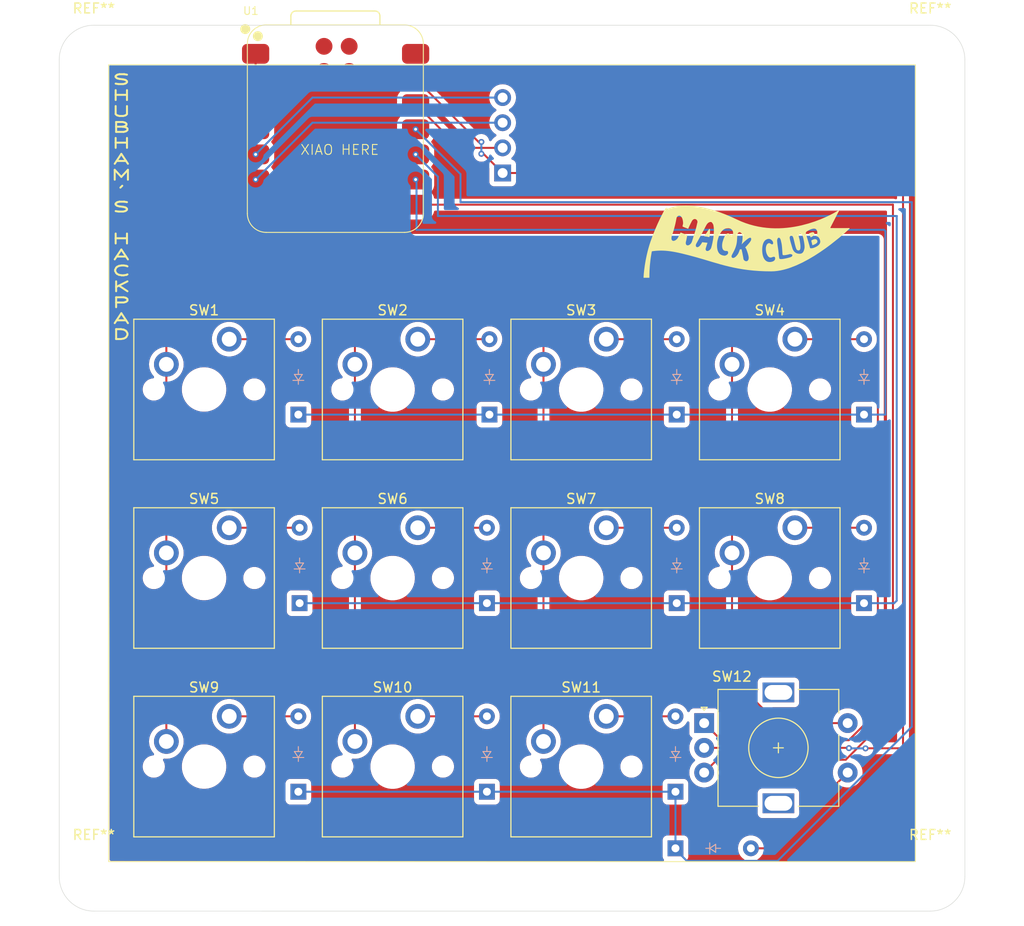
<source format=kicad_pcb>
(kicad_pcb (version 20240108) (generator "pcbnew") (generator_version "8.0")
  (layers (0 "F.Cu" signal) (31 "B.Cu" signal) (34 "B.Paste" user) (35 "F.Paste" user) (36 "B.SilkS" user "B.Silkscreen") (37 "F.SilkS" user "F.Silkscreen") (38 "B.Mask" user) (39 "F.Mask" user) (44 "Edge.Cuts" user))
  (net 0 "")
  (net 1 "Net-(D1-A)")
  (net 2 "Row 0")
  (net 3 "Net-(D2-A)")
  (net 4 "Net-(D3-A)")
  (net 5 "Net-(D4-A)")
  (net 6 "Net-(D5-A)")
  (net 7 "Row 1")
  (net 8 "Net-(D6-A)")
  (net 9 "Net-(D7-A)")
  (net 10 "Net-(D8-A)")
  (net 11 "GND")
  (net 12 "SCL")
  (net 13 "+3.3V")
  (net 14 "SDA")
  (net 15 "Column 0")
  (net 16 "Column 1")
  (net 17 "Column 2")
  (net 18 "Column 3")
  (net 19 "B")
  (net 20 "A")
  (net 28 "Row 2")
  (net 29 "Net-(D9-A)")
  (net 30 "Net-(D10-A)")
  (net 31 "Net-(D11-A)")
  (net 32 "Net-(D12-A)")
  (footprint "Rotary_Encoder:RotaryEncoder_Alps_EC11E-Switch_Vertical_H20mm" (layer "F.Cu") (at 89.259 97.207)
    (property "Reference" "SW12")
    (property "Value" "RotaryEncoder_Switch")
  )
  (footprint "MountingHole:MountingHole_3.2mm_M3" (layer "F.Cu") (at 27.6 29.2)
    (property "Reference" "REF**")
    (property "Value" "MountingHole_3.2mm_M3")
  )
  (footprint "ScottoKeebs_MX:MX_PCB_1.00u" (layer "F.Cu") (at 38.735 101.6)
    (property "Reference" "SW9")
    (property "Value" "SW_Push_45deg")
  )
  (footprint "ScottoKeebs_MX:MX_PCB_1.00u" (layer "F.Cu") (at 57.785 101.6)
    (property "Reference" "SW10")
    (property "Value" "SW_Push_45deg")
  )
  (footprint "ScottoKeebs_MX:MX_PCB_1.00u" (layer "F.Cu") (at 38.735 82.55)
    (property "Reference" "SW5")
    (property "Value" "SW_Push_45deg")
  )
  (footprint "MountingHole:MountingHole_3.2mm_M3" (layer "F.Cu") (at 27.6 112.7)
    (property "Reference" "REF**")
    (property "Value" "MountingHole_3.2mm_M3")
  )
  (footprint "ScottoKeebs_Components:OLED_128x32" (layer "F.Cu") (at 67.3 31.83)
    (property "Reference" "J1" (hide yes))
    (property "Value" "OLED_128x32")
  )
  (footprint "ScottoKeebs_MX:MX_PCB_1.00u" (layer "F.Cu") (at 95.885 63.5)
    (property "Reference" "SW4")
    (property "Value" "SW_Push_45deg")
  )
  (footprint "ScottoKeebs_MX:MX_PCB_1.00u" (layer "F.Cu") (at 76.835 63.5)
    (property "Reference" "SW3")
    (property "Value" "SW_Push_45deg")
  )
  (footprint "ScottoKeebs_MX:MX_PCB_1.00u" (layer "F.Cu") (at 95.885 82.55)
    (property "Reference" "SW8")
    (property "Value" "SW_Push_45deg")
  )
  (footprint "Seeed Studio XIAO Series Library:XIAO-RP2040-SMD" (layer "F.Cu") (at 51.943 37.211)
    (property "Reference" "U1")
    (property "Value" "XIAO-RP2040-SMD")
  )
  (footprint "ScottoKeebs_MX:MX_PCB_1.00u" (layer "F.Cu") (at 76.835 101.6)
    (property "Reference" "SW11")
    (property "Value" "SW_Push_45deg")
  )
  (footprint "ScottoKeebs_MX:MX_PCB_1.00u" (layer "F.Cu") (at 57.785 63.5)
    (property "Reference" "SW2")
    (property "Value" "SW_Push_45deg")
  )
  (footprint "ScottoKeebs_MX:MX_PCB_1.00u" (layer "F.Cu") (at 57.785 82.55)
    (property "Reference" "SW6")
    (property "Value" "SW_Push_45deg")
  )
  (footprint "MountingHole:MountingHole_3.2mm_M3" (layer "F.Cu") (at 112.1 29.2)
    (property "Reference" "REF**")
    (property "Value" "MountingHole_3.2mm_M3")
  )
  (footprint "MountingHole:MountingHole_3.2mm_M3" (layer "F.Cu") (at 112.1 112.7)
    (property "Reference" "REF**")
    (property "Value" "MountingHole_3.2mm_M3")
  )
  (footprint "ScottoKeebs_MX:MX_PCB_1.00u" (layer "F.Cu") (at 76.835 82.55)
    (property "Reference" "SW7")
    (property "Value" "SW_Push_45deg")
  )
  (footprint "ScottoKeebs_MX:MX_PCB_1.00u" (layer "F.Cu") (at 38.735 63.5)
    (property "Reference" "SW1")
    (property "Value" "SW_Push_45deg")
  )
  (footprint "ScottoKeebs_Components:Diode_DO-35" (layer "B.Cu") (at 67.564 66.04 90)
    (property "Reference" "D2" (hide yes))
    (property "Value" "D" (hide yes))
  )
  (footprint "ScottoKeebs_Components:Diode_DO-35" (layer "B.Cu") (at 67.31 104.14 90)
    (property "Reference" "D10" (hide yes))
    (property "Value" "D" (hide yes))
  )
  (footprint "ScottoKeebs_Components:Diode_DO-35" (layer "B.Cu") (at 48.26 104.14 90)
    (property "Reference" "D9" (hide yes))
    (property "Value" "D" (hide yes))
  )
  (footprint "ScottoKeebs_Components:Diode_DO-35" (layer "B.Cu") (at 67.31 85.09 90)
    (property "Reference" "D6" (hide yes))
    (property "Value" "D" (hide yes))
  )
  (footprint "ScottoKeebs_Components:Diode_DO-35" (layer "B.Cu") (at 48.387 85.09 90)
    (property "Reference" "D5" (hide yes))
    (property "Value" "D" (hide yes))
  )
  (footprint "ScottoKeebs_Components:Diode_DO-35" (layer "B.Cu") (at 86.487 66.04 90)
    (property "Reference" "D3" (hide yes))
    (property "Value" "D" (hide yes))
  )
  (footprint "ScottoKeebs_Components:Diode_DO-35" (layer "B.Cu") (at 105.41 85.09 90)
    (property "Reference" "D8" (hide yes))
    (property "Value" "D" (hide yes))
  )
  (footprint "ScottoKeebs_Components:Diode_DO-35" (layer "B.Cu") (at 86.36 109.855)
    (property "Reference" "D12" (hide yes))
    (property "Value" "D" (hide yes))
  )
  (footprint "ScottoKeebs_Components:Diode_DO-35" (layer "B.Cu") (at 86.36 104.14 90)
    (property "Reference" "D11" (hide yes))
    (property "Value" "D" (hide yes))
  )
  (footprint "ScottoKeebs_Components:Diode_DO-35" (layer "B.Cu") (at 48.26 66.04 90)
    (property "Reference" "D1" (hide yes))
    (property "Value" "D" (hide yes))
  )
  (footprint "ScottoKeebs_Components:Diode_DO-35" (layer "B.Cu") (at 105.41 66.04 90)
    (property "Reference" "D4" (hide yes))
    (property "Value" "D" (hide yes))
  )
  (footprint "ScottoKeebs_Components:Diode_DO-35" (layer "B.Cu") (at 86.487 85.09 90)
    (property "Reference" "D7" (hide yes))
    (property "Value" "D" (hide yes))
  )
  (gr_poly (pts (xy 85.475 45.15) (xy 85.481967 45.150444) (xy 85.489149 45.151204) (xy 85.496157 45.152359) (xy 85.502612 45.153962) (xy 85.508532 45.155992) (xy 85.513931 45.158429) (xy 85.518827 45.161252) (xy 85.523233 45.164441) (xy 85.527167 45.167977) (xy 85.530644 45.171837) (xy 85.533681 45.176003) (xy 85.536293 45.180454) (xy 85.538495 45.185169) (xy 85.540305 45.190128) (xy 85.541737 45.195311) (xy 85.542808 45.200697) (xy 85.543534 45.206266) (xy 85.54393 45.211999) (xy 85.544013 45.217873) (xy 85.543798 45.223869) (xy 85.543301 45.229967) (xy 85.542539 45.236147) (xy 85.541526 45.242387) (xy 85.540279 45.248668) (xy 85.537147 45.261271) (xy 85.533269 45.273792) (xy 85.528773 45.286068) (xy 85.523786 45.297937) (xy 85.518434 45.309237) (xy 85.377901 45.606023) (xy 85.234743 45.921968) (xy 85.057242 46.329917) (xy 84.85609 46.8151) (xy 84.749985 47.082038) (xy 84.641975 47.362745) (xy 84.533397 47.655374) (xy 84.425588 47.958079) (xy 84.319882 48.269014) (xy 84.217617 48.586332) (xy 84.124102 48.907149) (xy 84.043155 49.22801) (xy 83.973874 49.546218) (xy 83.915357 49.859078) (xy 83.866702 50.163893) (xy 83.827009 50.457967) (xy 83.770898 51.003104) (xy 83.739813 51.472917) (xy 83.726539 51.845837) (xy 83.724575 52.214706) (xy 83.137269 52.214706) (xy 83.140556 52.078618) (xy 83.15921 51.816179) (xy 83.197418 51.445215) (xy 83.259367 50.983548) (xy 83.300552 50.724271) (xy 83.349243 50.449002) (xy 83.405961 50.15997) (xy 83.471231 49.859402) (xy 83.545575 49.549526) (xy 83.629518 49.232571) (xy 83.723582 48.910764) (xy 83.82829 48.586332) (xy 84.060104 47.945149) (xy 84.306232 47.332662) (xy 84.553934 46.765449) (xy 84.790475 46.260087) (xy 85.003115 45.833151) (xy 85.179117 45.50122) (xy 85.305744 45.280868) (xy 85.370257 45.188673) (xy 85.372177 45.186658) (xy 85.374566 45.18437) (xy 85.3779 45.181431) (xy 85.382171 45.177996) (xy 85.387374 45.174217) (xy 85.390322 45.172246) (xy 85.393501 45.170247) (xy 85.396909 45.168239) (xy 85.400546 45.16624) (xy 85.40441 45.16427) (xy 85.408502 45.162348) (xy 85.412819 45.160494) (xy 85.417362 45.158725) (xy 85.42213 45.157062) (xy 85.427121 45.155524) (xy 85.432334 45.15413) (xy 85.43777 45.152898) (xy 85.443427 45.151848) (xy 85.449305 45.151) (xy 85.455401 45.150371) (xy 85.461717 45.149982) (xy 85.46825 45.149852)) (stroke (width -0.000001)) (fill solid) (layer "F.SilkS"))
  (gr_rect (start 29.1 30.7) (end 110.6 111.2) (stroke (width 0.1)) (fill none) (layer "F.SilkS"))
  (gr_poly (pts (xy 89.79955 47.268751) (xy 89.801085 47.268892) (xy 89.802595 47.269117) (xy 89.813106 47.273399) (xy 89.82223 47.282048) (xy 89.830035 47.294769) (xy 89.836591 47.311268) (xy 89.841967 47.331248) (xy 89.846231 47.354415) (xy 89.851704 47.409126) (xy 89.853561 47.473037) (xy 89.852356 47.543788) (xy 89.848643 47.619013) (xy 89.842972 47.696352) (xy 89.827974 47.847917) (xy 89.811785 47.97958) (xy 89.793526 48.107593) (xy 89.265497 48.017443) (xy 89.775233 47.275938) (xy 89.777151 47.274836) (xy 89.77904 47.273827) (xy 89.780901 47.272911) (xy 89.782733 47.272086) (xy 89.784538 47.271353) (xy 89.786314 47.270711) (xy 89.788063 47.270159) (xy 89.789785 47.269696) (xy 89.791479 47.269321) (xy 89.793146 47.269034) (xy 89.794787 47.268834) (xy 89.796401 47.268721) (xy 89.797988 47.268693)) (stroke (width -0.000001)) (fill solid) (layer "F.SilkS"))
  (gr_poly (pts (xy 100.254705 47.610984) (xy 100.26923 47.612344) (xy 100.276279 47.613384) (xy 100.28318 47.614672) (xy 100.289929 47.616215) (xy 100.296523 47.618019) (xy 100.302957 47.620091) (xy 100.309227 47.622437) (xy 100.315331 47.625064) (xy 100.321263 47.627978) (xy 100.32702 47.631186) (xy 100.332599 47.634693) (xy 100.337994 47.638508) (xy 100.343203 47.642635) (xy 100.348222 47.647082) (xy 100.353046 47.651855) (xy 100.357671 47.65696) (xy 100.362095 47.662405) (xy 100.366312 47.668195) (xy 100.370319 47.674336) (xy 100.374113 47.680837) (xy 100.377688 47.687702) (xy 100.381042 47.694938) (xy 100.384171 47.702553) (xy 100.38707 47.710551) (xy 100.389736 47.718941) (xy 100.392164 47.727727) (xy 100.394352 47.736918) (xy 100.397705 47.758223) (xy 100.398427 47.779171) (xy 100.396682 47.79974) (xy 100.392635 47.819911) (xy 100.386454 47.839661) (xy 100.378302 47.85897) (xy 100.368346 47.877817) (xy 100.356752 47.896181) (xy 100.343685 47.914042) (xy 100.329311 47.931378) (xy 100.313796 47.948168) (xy 100.297304 47.964391) (xy 100.280002 47.980027) (xy 100.262056 47.995055) (xy 100.224892 48.023201) (xy 100.187137 48.048663) (xy 100.150117 48.071272) (xy 100.115156 48.090863) (xy 100.083581 48.107267) (xy 100.035885 48.129845) (xy 100.01763 48.137669) (xy 99.841439 47.725058) (xy 100.041341 47.653126) (xy 100.089954 47.6376) (xy 100.113692 47.630808) (xy 100.136963 47.624811) (xy 100.159701 47.619717) (xy 100.181839 47.615637) (xy 100.203311 47.61268) (xy 100.224052 47.610956) (xy 100.239635 47.610538)) (stroke (width -0.000001)) (fill solid) (layer "F.SilkS"))
  (gr_poly (pts (xy 100.476022 48.311008) (xy 100.49314 48.311958) (xy 100.509996 48.313899) (xy 100.526542 48.31689) (xy 100.534683 48.318797) (xy 100.542728 48.320988) (xy 100.550672 48.323471) (xy 100.558508 48.326253) (xy 100.566231 48.32934) (xy 100.573833 48.332741) (xy 100.58131 48.336462) (xy 100.588655 48.340511) (xy 100.595862 48.344894) (xy 100.602925 48.34962) (xy 100.609838 48.354696) (xy 100.616596 48.360128) (xy 100.623191 48.365925) (xy 100.629618 48.372093) (xy 100.635872 48.378639) (xy 100.641945 48.385571) (xy 100.647832 48.392896) (xy 100.653527 48.400622) (xy 100.659024 48.408755) (xy 100.664317 48.417303) (xy 100.6694 48.426273) (xy 100.674266 48.435673) (xy 100.67891 48.445509) (xy 100.683326 48.455789) (xy 100.693648 48.485764) (xy 100.699778 48.514579) (xy 100.70197 48.542254) (xy 100.700479 48.56881) (xy 100.695559 48.594265) (xy 100.687463 48.618641) (xy 100.676445 48.641957) (xy 100.662759 48.664234) (xy 100.646659 48.685492) (xy 100.628399 48.70575) (xy 100.608232 48.72503) (xy 100.586413 48.74335) (xy 100.563196 48.760732) (xy 100.538833 48.777196) (xy 100.48769 48.807447) (xy 100.435014 48.834265) (xy 100.382836 48.857812) (xy 100.288101 48.895734) (xy 100.219731 48.922502) (xy 100.200511 48.932105) (xy 100.195531 48.936032) (xy 100.193976 48.939403) (xy 100.078092 48.455789) (xy 100.112613 48.433781) (xy 100.151739 48.411131) (xy 100.201864 48.385035) (xy 100.230213 48.371708) (xy 100.260305 48.358734) (xy 100.291805 48.346519) (xy 100.324378 48.335467) (xy 100.357689 48.325983) (xy 100.391401 48.318473) (xy 100.42518 48.31334) (xy 100.458689 48.310991)) (stroke (width -0.000001)) (fill solid) (layer "F.SilkS"))
  (gr_poly (pts (xy 87.622651 44.91585) (xy 88.075641 44.944459) (xy 88.573732 45.005593) (xy 88.83997 45.049864) (xy 89.117821 45.104074) (xy 89.407396 45.168826) (xy 89.708807 45.244724) (xy 90.022168 45.332369) (xy 90.347591 45.432365) (xy 90.685188 45.545314) (xy 91.035071 45.671819) (xy 91.397352 45.812483) (xy 91.772145 45.967908) (xy 92.159562 46.138697) (xy 92.559714 46.325454) (xy 92.998595 46.52184) (xy 93.43699 46.690958) (xy 93.874182 46.834085) (xy 94.309454 46.952498) (xy 94.742092 47.047474) (xy 95.171377 47.120289) (xy 95.596595 47.172221) (xy 96.017028 47.204546) (xy 96.431961 47.218541) (xy 96.840678 47.215484) (xy 97.242461 47.19665) (xy 97.636596 47.163317) (xy 98.022366 47.116761) (xy 98.399054 47.05826) (xy 98.765944 46.98909) (xy 99.122321 46.910528) (xy 99.800667 46.730336) (xy 100.428364 46.527898) (xy 100.99968 46.31343) (xy 101.508886 46.097145) (xy 101.950253 45.88926) (xy 102.318051 45.699988) (xy 102.810019 45.418145) (xy 102.812709 45.416693) (xy 102.815497 45.415591) (xy 102.818365 45.414825) (xy 102.8213 45.41438) (xy 102.824287 45.414243) (xy 102.82731 45.414399) (xy 102.830355 45.414834) (xy 102.833408 45.415534) (xy 102.836453 45.416484) (xy 102.839475 45.417671) (xy 102.842459 45.41908) (xy 102.845392 45.420697) (xy 102.848257 45.422508) (xy 102.85104 45.424499) (xy 102.853726 45.426655) (xy 102.8563 45.428962) (xy 102.858748 45.431407) (xy 102.861054 45.433975) (xy 102.863204 45.436651) (xy 102.865183 45.439422) (xy 102.866976 45.442273) (xy 102.868568 45.445191) (xy 102.869944 45.44816) (xy 102.871089 45.451168) (xy 102.871989 45.454199) (xy 102.872629 45.457239) (xy 102.872994 45.460275) (xy 102.873068 45.463291) (xy 102.872838 45.466275) (xy 102.872288 45.469211) (xy 102.871403 45.472086) (xy 102.870169 45.474886) (xy 102.017586 47.134474) (xy 102.016418 47.136939) (xy 102.015432 47.139426) (xy 102.014626 47.14193) (xy 102.013994 47.144443) (xy 102.013535 47.146959) (xy 102.013243 47.149472) (xy 102.013114 47.151974) (xy 102.013146 47.15446) (xy 102.013334 47.156923) (xy 102.013674 47.159356) (xy 102.014162 47.161752) (xy 102.014795 47.164106) (xy 102.015569 47.166411) (xy 102.01648 47.16866) (xy 102.017524 47.170846) (xy 102.018697 47.172964) (xy 102.019996 47.175006) (xy 102.021416 47.176966) (xy 102.022954 47.178838) (xy 102.024606 47.180614) (xy 102.026368 47.182289) (xy 102.028237 47.183856) (xy 102.030208 47.185309) (xy 102.032277 47.18664) (xy 102.034442 47.187844) (xy 102.036697 47.188913) (xy 102.039039 47.189842) (xy 102.041465 47.190623) (xy 102.04397 47.19125) (xy 102.046551 47.191718) (xy 102.049204 47.192018) (xy 102.051924 47.192145) (xy 102.740737 47.197842) (xy 103.287787 47.197819) (xy 103.912586 47.19261) (xy 103.915907 47.192685) (xy 103.919131 47.192991) (xy 103.922253 47.193518) (xy 103.925268 47.194257) (xy 103.928169 47.195195) (xy 103.930951 47.196322) (xy 103.933608 47.197629) (xy 103.936134 47.199104) (xy 103.938524 47.200737) (xy 103.940772 47.202518) (xy 103.942873 47.204435) (xy 103.94482 47.206478) (xy 103.946609 47.208638) (xy 103.948232 47.210902) (xy 103.949686 47.213262) (xy 103.950963 47.215705) (xy 103.952059 47.218222) (xy 103.952967 47.220802) (xy 103.953682 47.223435) (xy 103.954198 47.226109) (xy 103.95451 47.228815) (xy 103.954611 47.231542) (xy 103.954497 47.23428) (xy 103.954161 47.237017) (xy 103.953598 47.239743) (xy 103.952802 47.242449) (xy 103.951768 47.245122) (xy 103.950489 47.247753) (xy 103.94896 47.250332) (xy 103.947175 47.252847) (xy 103.945129 47.255288) (xy 103.942817 47.257645) (xy 103.56823 47.600381) (xy 102.915035 48.162575) (xy 102.034842 48.862502) (xy 101.52575 49.238575) (xy 100.979263 49.618433) (xy 100.401832 49.991862) (xy 99.799909 50.348645) (xy 99.179945 50.678565) (xy 98.548392 50.971409) (xy 97.911701 51.216959) (xy 97.593445 51.318807) (xy 97.276324 51.405) (xy 96.961144 51.474262) (xy 96.648711 51.525316) (xy 96.339833 51.556885) (xy 96.035315 51.567692) (xy 95.401842 51.558425) (xy 94.802882 51.531611) (xy 94.2356 51.488728) (xy 93.697166 51.431255) (xy 93.184746 51.360672) (xy 92.695509 51.278458) (xy 92.226621 51.186091) (xy 91.77525 51.08505) (xy 91.338564 50.976815) (xy 90.91373 50.862865) (xy 90.088288 50.623734) (xy 89.276266 50.37949) (xy 88.455004 50.141965) (xy 88.147797 50.059078) (xy 92.026951 50.059078) (xy 92.028872 50.083044) (xy 92.033325 50.105356) (xy 92.040216 50.125895) (xy 92.049454 50.144541) (xy 92.060945 50.161174) (xy 92.074598 50.175675) (xy 92.090319 50.187924) (xy 92.108016 50.197801) (xy 92.127596 50.205188) (xy 92.148967 50.209963) (xy 92.172036 50.212008) (xy 92.19671 50.211203) (xy 92.222897 50.207429) (xy 92.250504 50.200565) (xy 92.279439 50.190492) (xy 92.309609 50.177091) (xy 92.340921 50.160241) (xy 92.373283 50.139824) (xy 92.406602 50.115719) (xy 92.440786 50.087808) (xy 92.475741 50.055969) (xy 92.511376 50.020084) (xy 92.547597 49.980034) (xy 92.584312 49.935698) (xy 92.621429 49.886956) (xy 92.658855 49.83369) (xy 92.677137 49.805915) (xy 92.695478 49.774006) (xy 92.713709 49.73878) (xy 92.731658 49.701054) (xy 92.749154 49.661648) (xy 92.766026 49.621377) (xy 92.797214 49.541517) (xy 92.823853 49.468016) (xy 92.844576 49.407415) (xy 92.862796 49.351084) (xy 93.037049 49.331472) (xy 93.117545 49.702338) (xy 93.180279 50.017851) (xy 93.206216 50.164941) (xy 93.224325 50.288468) (xy 93.229136 50.314067) (xy 93.236431 50.33886) (xy 93.246038 50.36274) (xy 93.257786 50.385601) (xy 93.271504 50.407336) (xy 93.287019 50.427839) (xy 93.30416 50.447003) (xy 93.322756 50.464721) (xy 93.342635 50.480887) (xy 93.363626 50.495396) (xy 93.385557 50.508139) (xy 93.408257 50.519011) (xy 93.431554 50.527904) (xy 93.455277 50.534714) (xy 93.479254 50.539332) (xy 93.503314 50.541653) (xy 93.527285 50.54157) (xy 93.550995 50.538976) (xy 93.574274 50.533765) (xy 93.596949 50.525831) (xy 93.618849 50.515066) (xy 93.639803 50.501365) (xy 93.65964 50.484621) (xy 93.678186 50.464727) (xy 93.695272 50.441577) (xy 93.710726 50.415064) (xy 93.724376 50.385082) (xy 93.73605 50.351524) (xy 93.745577 50.314284) (xy 93.752786 50.273255) (xy 93.757505 50.228331) (xy 93.759563 50.179405) (xy 93.750758 50.106451) (xy 93.737394 50.027319) (xy 93.719356 49.94198) (xy 93.696527 49.850405) (xy 93.668793 49.752565) (xy 93.636038 49.648429) (xy 93.598146 49.53797) (xy 93.555002 49.421156) (xy 93.543235 49.389258) (xy 95.122583 49.389258) (xy 95.123511 49.484175) (xy 95.12677 49.555578) (xy 95.131741 49.62502) (xy 95.138412 49.692463) (xy 95.146768 49.757869) (xy 95.156799 49.821203) (xy 95.168491 49.882426) (xy 95.181833 49.941501) (xy 95.196811 49.998392) (xy 95.213414 50.05306) (xy 95.231629 50.105468) (xy 95.251443 50.15558) (xy 95.272844 50.203358) (xy 95.29582 50.248765) (xy 95.320358 50.291763) (xy 95.346446 50.332315) (xy 95.374071 50.370384) (xy 95.403221 50.405933) (xy 95.433884 50.438924) (xy 95.466046 50.46932) (xy 95.499697 50.497085) (xy 95.534822 50.52218) (xy 95.57141 50.544568) (xy 95.609449 50.564213) (xy 95.648925 50.581076) (xy 95.689827 50.595121) (xy 95.732141 50.606311) (xy 95.775857 50.614608) (xy 95.82096 50.619974) (xy 95.867439 50.622373) (xy 95.915282 50.621768) (xy 95.964475 50.61812) (xy 96.015007 50.611394) (xy 96.06425 50.602237) (xy 96.109678 50.591414) (xy 96.151428 50.579051) (xy 96.189639 50.565275) (xy 96.224447 50.55021) (xy 96.255992 50.533982) (xy 96.284411 50.516717) (xy 96.309842 50.498542) (xy 96.332422 50.479581) (xy 96.352291 50.45996) (xy 96.369584 50.439805) (xy 96.384441 50.419242) (xy 96.396999 50.398397) (xy 96.407396 50.377395) (xy 96.41577 50.356362) (xy 96.422259 50.335424) (xy 96.427 50.314707) (xy 96.430132 50.294335) (xy 96.431793 50.274436) (xy 96.432119 50.255135) (xy 96.43125 50.236557) (xy 96.429323 50.218829) (xy 96.426476 50.202075) (xy 96.422846 50.186423) (xy 96.418572 50.171997) (xy 96.413792 50.158923) (xy 96.408643 50.147327) (xy 96.403263 50.137335) (xy 96.39779 50.129073) (xy 96.392363 50.122666) (xy 96.387118 50.118239) (xy 96.382194 50.11592) (xy 96.374942 50.113584) (xy 96.36804 50.110651) (xy 96.353854 50.103973) (xy 96.345855 50.100714) (xy 96.336776 50.097834) (xy 96.32626 50.095576) (xy 96.313948 50.094183) (xy 96.299484 50.0939) (xy 96.28251 50.094969) (xy 96.262669 50.097635) (xy 96.239603 50.102141) (xy 96.212955 50.108731) (xy 96.182368 50.117647) (xy 96.147484 50.129135) (xy 96.107946 50.143437) (xy 96.087108 50.150792) (xy 96.066589 50.157066) (xy 96.046385 50.162248) (xy 96.02649 50.166327) (xy 96.006899 50.169291) (xy 95.987607 50.171128) (xy 95.968608 50.171829) (xy 95.949899 50.171381) (xy 95.931473 50.169772) (xy 95.913326 50.166993) (xy 95.895452 50.163031) (xy 95.877846 50.157875) (xy 95.860503 50.151514) (xy 95.843419 50.143937) (xy 95.826587 50.135131) (xy 95.810003 50.125087) (xy 95.793662 50.113792) (xy 95.777558 50.101236) (xy 95.761687 50.087406) (xy 95.746043 50.072292) (xy 95.730621 50.055883) (xy 95.715417 50.038167) (xy 95.700424 50.019132) (xy 95.685638 49.998768) (xy 95.671053 49.977064) (xy 95.656666 49.954007) (xy 95.628459 49.903791) (xy 95.600978 49.848032) (xy 95.57418 49.786637) (xy 95.557237 49.740706) (xy 95.541552 49.690264) (xy 95.527385 49.635922) (xy 95.514994 49.578293) (xy 95.504637 49.517988) (xy 95.496573 49.455617) (xy 95.491059 49.391792) (xy 95.488354 49.327125) (xy 95.488716 49.262227) (xy 95.492404 49.197708) (xy 95.499676 49.134182) (xy 95.510789 49.072258) (xy 95.526003 49.012549) (xy 95.545576 48.955665) (xy 95.557078 48.928473) (xy 95.569766 48.902218) (xy 95.583673 48.876974) (xy 95.598831 48.852819) (xy 95.60354 48.845994) (xy 95.608231 48.839477) (xy 95.6129 48.833258) (xy 95.617543 48.827328) (xy 95.622156 48.82168) (xy 95.626735 48.816302) (xy 95.63578 48.806327) (xy 95.644647 48.797331) (xy 95.653307 48.789243) (xy 95.661732 48.78199) (xy 95.66989 48.775502) (xy 95.677754 48.769706) (xy 95.685294 48.764532) (xy 95.69248 48.759907) (xy 95.699283 48.755759) (xy 95.722079 48.742515) (xy 95.731519 48.737109) (xy 95.740958 48.732381) (xy 95.75038 48.728301) (xy 95.759767 48.724839) (xy 95.769105 48.721965) (xy 95.778377 48.719648) (xy 95.787567 48.717859) (xy 95.796659 48.716567) (xy 95.805637 48.715742) (xy 95.814484 48.715354) (xy 95.823185 48.715372) (xy 95.831723 48.715767) (xy 95.840083 48.716508) (xy 95.848247 48.717564) (xy 95.856201 48.718907) (xy 95.863928 48.720504) (xy 95.871412 48.722327) (xy 95.878637 48.724345) (xy 95.892244 48.728846) (xy 95.90462 48.733764) (xy 95.915638 48.738858) (xy 95.925167 48.743886) (xy 95.93308 48.748606) (xy 95.939246 48.752777) (xy 95.943538 48.756158) (xy 95.969315 48.774047) (xy 95.993776 48.789499) (xy 96.016934 48.802595) (xy 96.038802 48.81342) (xy 96.059393 48.822056) (xy 96.078719 48.828588) (xy 96.096794 48.833099) (xy 96.113632 48.835672) (xy 96.129243 48.83639) (xy 96.143643 48.835338) (xy 96.156843 48.832598) (xy 96.168857 48.828254) (xy 96.179697 48.822389) (xy 96.189377 48.815087) (xy 96.19791 48.806431) (xy 96.205308 48.796505) (xy 96.211584 48.785392) (xy 96.216752 48.773175) (xy 96.220824 48.759938) (xy 96.223813 48.745765) (xy 96.225733 48.730738) (xy 96.226596 48.714942) (xy 96.226415 48.698459) (xy 96.225204 48.681373) (xy 96.222974 48.663768) (xy 96.21974 48.645727) (xy 96.215514 48.627333) (xy 96.210309 48.60867) (xy 96.204137 48.589821) (xy 96.197013 48.570869) (xy 96.188949 48.551899) (xy 96.179957 48.532993) (xy 96.158733 48.504183) (xy 96.13703 48.477053) (xy 96.117607 48.454782) (xy 96.630628 48.454782) (xy 96.632197 48.511938) (xy 96.635743 48.573188) (xy 96.647889 48.706054) (xy 96.6653 48.849549) (xy 96.68621 48.999846) (xy 96.731466 49.305527) (xy 96.752281 49.453253) (xy 96.769534 49.592464) (xy 96.810426 49.978661) (xy 96.818441 50.047038) (xy 96.82731 50.112891) (xy 96.8379 50.180593) (xy 96.85108 50.254517) (xy 96.8577 50.272627) (xy 96.869925 50.287819) (xy 96.887381 50.300245) (xy 96.90969 50.310054) (xy 96.936476 50.317398) (xy 96.967362 50.322427) (xy 97.001971 50.325292) (xy 97.039928 50.326143) (xy 97.124378 50.322407) (xy 97.217698 50.312425) (xy 97.316877 50.297401) (xy 97.418902 50.278542) (xy 97.619444 50.234137) (xy 97.795227 50.188852) (xy 97.922153 50.15233) (xy 97.976127 50.134213) (xy 97.981934 50.131361) (xy 97.989733 50.128401) (xy 98.01029 50.121453) (xy 98.022536 50.117112) (xy 98.035755 50.111957) (xy 98.04969 50.105813) (xy 98.064087 50.098503) (xy 98.078691 50.089849) (xy 98.08599 50.084964) (xy 98.093245 50.079677) (xy 98.100425 50.073966) (xy 98.107497 50.067809) (xy 98.114428 50.061184) (xy 98.121189 50.054069) (xy 98.127745 50.046442) (xy 98.134066 50.03828) (xy 98.14012 50.029563) (xy 98.145875 50.020267) (xy 98.151299 50.010371) (xy 98.156359 49.999852) (xy 98.161025 49.988689) (xy 98.165263 49.976859) (xy 98.169394 49.965139) (xy 98.171916 49.953842) (xy 98.1729 49.942971) (xy 98.172419 49.932532) (xy 98.170545 49.922531) (xy 98.16735 49.912971) (xy 98.162906 49.903859) (xy 98.157286 49.895199) (xy 98.150561 49.886996) (xy 98.142804 49.879256) (xy 98.134087 49.871983) (xy 98.124483 49.865183) (xy 98.114062 49.85886) (xy 98.102898 49.853021) (xy 98.078628 49.84281) (xy 98.05225 49.834591) (xy 98.024341 49.828404) (xy 97.995478 49.824291) (xy 97.966239 49.822292) (xy 97.937201 49.822448) (xy 97.908941 49.824798) (xy 97.882036 49.829384) (xy 97.857065 49.836247) (xy 97.794851 49.854752) (xy 97.709335 49.8763) (xy 97.609284 49.898024) (xy 97.556548 49.908056) (xy 97.503467 49.917057) (xy 97.451135 49.924668) (xy 97.40065 49.930533) (xy 97.353107 49.934291) (xy 97.309601 49.935585) (xy 97.27123 49.934057) (xy 97.254312 49.932123) (xy 97.239089 49.929349) (xy 97.225697 49.92569) (xy 97.214274 49.921101) (xy 97.204956 49.915538) (xy 97.197881 49.908956) (xy 97.187129 49.886316) (xy 97.178256 49.847932) (xy 97.170876 49.795473) (xy 97.164609 49.730605) (xy 97.143008 49.380386) (xy 97.128933 49.174169) (xy 97.108594 48.964996) (xy 97.095119 48.863468) (xy 97.078931 48.766203) (xy 97.059646 48.674868) (xy 97.036882 48.591129) (xy 97.032083 48.562899) (xy 97.027041 48.535789) (xy 97.021765 48.509781) (xy 97.016264 48.484862) (xy 97.010549 48.461016) (xy 97.004629 48.438227) (xy 96.998512 48.416481) (xy 96.992209 48.395761) (xy 96.985729 48.376053) (xy 96.979082 48.357341) (xy 96.972276 48.339609) (xy 96.965322 48.322844) (xy 96.958229 48.307028) (xy 96.951006 48.292148) (xy 96.943663 48.278186) (xy 96.936209 48.265129) (xy 96.928654 48.252961) (xy 96.921007 48.241666) (xy 96.913278 48.231229) (xy 96.905475 48.221635) (xy 96.89761 48.212869) (xy 96.88969 48.204914) (xy 96.881726 48.197756) (xy 96.873727 48.19138) (xy 96.865702 48.18577) (xy 96.857662 48.18091) (xy 96.849614 48.176786) (xy 96.84157 48.173382) (xy 96.833537 48.170682) (xy 96.825527 48.168672) (xy 96.817547 48.167336) (xy 96.809609 48.166659) (xy 96.809609 48.16666) (xy 96.800673 48.166669) (xy 96.791815 48.167482) (xy 96.783049 48.169076) (xy 96.774388 48.17143) (xy 96.765847 48.17452) (xy 96.757439 48.178324) (xy 96.749178 48.182821) (xy 96.741078 48.187987) (xy 96.733151 48.193801) (xy 96.725413 48.200239) (xy 96.710557 48.214902) (xy 96.696618 48.231796) (xy 96.683707 48.250744) (xy 96.671934 48.271566) (xy 96.661408 48.294083) (xy 96.652241 48.318117) (xy 96.644542 48.343489) (xy 96.638421 48.370021) (xy 96.633988 48.397532) (xy 96.631354 48.425846) (xy 96.630628 48.454782) (xy 96.117607 48.454782) (xy 96.114854 48.451624) (xy 96.092212 48.427918) (xy 96.069109 48.405956) (xy 96.045552 48.38576) (xy 96.021545 48.367351) (xy 95.997096 48.35075) (xy 95.972209 48.33598) (xy 95.946891 48.323062) (xy 95.921148 48.312017) (xy 95.894986 48.302867) (xy 95.86841 48.295633) (xy 95.841427 48.290337) (xy 95.814042 48.287) (xy 95.786261 48.285644) (xy 95.764384 48.285973) (xy 95.742275 48.287524) (xy 95.719936 48.290307) (xy 95.697369 48.294333) (xy 95.674579 48.29961) (xy 95.651566 48.30615) (xy 95.628335 48.313961) (xy 95.604888 48.323055) (xy 95.581227 48.33344) (xy 95.557355 48.345128) (xy 95.533275 48.358127) (xy 95.50899 48.372449) (xy 95.484502 48.388102) (xy 95.459814 48.405097) (xy 95.434929 48.423445) (xy 95.40985 48.443154) (xy 95.376224 48.479169) (xy 95.344283 48.51895) (xy 95.314115 48.562519) (xy 95.285808 48.609901) (xy 95.259452 48.661118) (xy 95.235134 48.716192) (xy 95.212942 48.775147) (xy 95.192966 48.838006) (xy 95.175293 48.904792) (xy 95.160012 48.975528) (xy 95.147212 49.050236) (xy 95.136981 49.128941) (xy 95.129406 49.211664) (xy 95.124578 49.298429) (xy 95.122583 49.389258) (xy 93.543235 49.389258) (xy 93.541319 49.384063) (xy 93.525665 49.345401) (xy 93.505426 49.300176) (xy 93.493889 49.276708) (xy 93.481569 49.253524) (xy 93.468586 49.231268) (xy 93.45506 49.210581) (xy 93.441114 49.192106) (xy 93.434021 49.183898) (xy 93.426867 49.176483) (xy 93.419669 49.169943) (xy 93.412441 49.164356) (xy 93.405199 49.159804) (xy 93.397957 49.156366) (xy 93.484314 49.068003) (xy 93.57393 48.972974) (xy 93.678213 48.857757) (xy 93.784942 48.732636) (xy 93.835405 48.669574) (xy 93.881897 48.607893) (xy 93.922891 48.548877) (xy 93.95686 48.493812) (xy 93.982275 48.443983) (xy 93.991298 48.421434) (xy 93.99761 48.400676) (xy 94.006005 48.360082) (xy 94.010527 48.321723) (xy 94.010921 48.286255) (xy 94.009491 48.26981) (xy 94.006933 48.254333) (xy 94.003215 48.239907) (xy 93.998306 48.226614) (xy 93.992175 48.214535) (xy 93.984788 48.203753) (xy 93.976114 48.194348) (xy 93.966122 48.186405) (xy 93.954779 48.180003) (xy 93.942054 48.175226) (xy 93.927915 48.172155) (xy 93.91233 48.170872) (xy 93.895266 48.17146) (xy 93.876693 48.173999) (xy 93.856579 48.178573) (xy 93.834891 48.185262) (xy 93.811597 48.194149) (xy 93.786666 48.205317) (xy 93.760067 48.218846) (xy 93.731766 48.234819) (xy 93.701733 48.253318) (xy 93.669935 48.274425) (xy 93.636341 48.298221) (xy 93.600918 48.324789) (xy 93.563636 48.354211) (xy 93.524461 48.386568) (xy 93.485432 48.419709) (xy 93.448559 48.451436) (xy 93.413783 48.481772) (xy 93.381043 48.510741) (xy 93.350279 48.538366) (xy 93.321431 48.564672) (xy 93.294439 48.589683) (xy 93.269242 48.613421) (xy 93.245781 48.635911) (xy 93.223995 48.657177) (xy 93.203824 48.677242) (xy 93.185208 48.69613) (xy 93.168087 48.713866) (xy 93.1524 48.730471) (xy 93.138088 48.745972) (xy 93.125089 48.76039) (xy 93.102794 48.786077) (xy 93.085034 48.807722) (xy 93.071327 48.825515) (xy 93.061191 48.839647) (xy 93.054146 48.850307) (xy 93.04971 48.857686) (xy 93.046739 48.863361) (xy 93.062483 48.786838) (xy 93.078407 48.701128) (xy 93.09636 48.592624) (xy 93.113836 48.467956) (xy 93.128331 48.333752) (xy 93.133678 48.265146) (xy 93.13734 48.196642) (xy 93.138395 48.153861) (xy 97.900738 48.153861) (xy 97.900865 48.172939) (xy 97.902333 48.192549) (xy 97.912932 48.271872) (xy 97.928204 48.354793) (xy 97.949256 48.447057) (xy 97.977196 48.554409) (xy 98.058171 48.837362) (xy 98.179991 49.249616) (xy 98.199907 49.306226) (xy 98.221835 49.358829) (xy 98.245616 49.407568) (xy 98.271089 49.452583) (xy 98.298094 49.494018) (xy 98.326472 49.532013) (xy 98.356062 49.566712) (xy 98.386704 49.598256) (xy 98.418238 49.626787) (xy 98.450504 49.652446) (xy 98.483342 49.675377) (xy 98.516592 49.69572) (xy 98.550094 49.713618) (xy 98.583688 49.729212) (xy 98.617214 49.742646) (xy 98.650511 49.75406) (xy 98.683421 49.763596) (xy 98.715782 49.771397) (xy 98.778219 49.782361) (xy 98.836542 49.788085) (xy 98.889472 49.789707) (xy 98.935727 49.788362) (xy 98.974028 49.785185) (xy 99.021644 49.777879) (xy 99.045812 49.771411) (xy 99.068781 49.763849) (xy 99.09059 49.755238) (xy 99.111277 49.745623) (xy 99.130879 49.73505) (xy 99.149436 49.723564) (xy 99.166985 49.71121) (xy 99.183564 49.698035) (xy 99.199212 49.684083) (xy 99.213967 49.6694) (xy 99.227867 49.654031) (xy 99.24095 49.638023) (xy 99.26482 49.604266) (xy 99.28588 49.568495) (xy 99.304437 49.531072) (xy 99.320797 49.492361) (xy 99.335265 49.452726) (xy 99.348146 49.412531) (xy 99.370371 49.331912) (xy 99.389916 49.253415) (xy 99.398068 49.208863) (xy 99.402726 49.156118) (xy 99.404128 49.096086) (xy 99.402515 49.02967) (xy 99.398127 48.957776) (xy 99.391203 48.881308) (xy 99.370704 48.718269) (xy 99.342938 48.547792) (xy 99.30982 48.377114) (xy 99.273267 48.213473) (xy 99.235198 48.064107) (xy 99.221807 48.029778) (xy 99.207476 47.997393) (xy 99.192297 47.966992) (xy 99.176367 47.938613) (xy 99.15978 47.912294) (xy 99.15127 47.899918) (xy 99.142632 47.888073) (xy 99.133876 47.876761) (xy 99.125016 47.865989) (xy 99.116062 47.85576) (xy 99.107028 47.84608) (xy 99.097924 47.836953) (xy 99.088762 47.828384) (xy 99.079555 47.820378) (xy 99.070314 47.81294) (xy 99.061052 47.806074) (xy 99.051779 47.799786) (xy 99.042508 47.79408) (xy 99.03325 47.78896) (xy 99.024019 47.784433) (xy 99.014824 47.780501) (xy 99.005679 47.777171) (xy 98.996595 47.774447) (xy 98.987583 47.772334) (xy 98.978657 47.770836) (xy 98.969827 47.769959) (xy 98.961106 47.769707) (xy 98.947783 47.770568) (xy 98.934797 47.772972) (xy 98.922191 47.776937) (xy 98.91001 47.782479) (xy 98.898299 47.789618) (xy 98.887102 47.798371) (xy 98.876464 47.808756) (xy 98.866429 47.82079) (xy 98.857042 47.834492) (xy 98.848347 47.84988) (xy 98.840389 47.866971) (xy 98.833212 47.885784) (xy 98.826861 47.906337) (xy 98.82138 47.928646) (xy 98.816814 47.952731) (xy 98.813207 47.978609) (xy 98.813339 47.997208) (xy 98.814612 48.016654) (xy 98.816942 48.036952) (xy 98.820241 48.058112) (xy 98.829402 48.103044) (xy 98.841403 48.151509) (xy 98.871159 48.259284) (xy 98.887531 48.318713) (xy 98.903977 48.381917) (xy 98.927055 48.521333) (xy 98.948977 48.664899) (xy 98.967624 48.808394) (xy 98.975059 48.878795) (xy 98.98088 48.947596) (xy 98.984824 49.014268) (xy 98.986625 49.078284) (xy 98.98602 49.139117) (xy 98.982742 49.196237) (xy 98.976528 49.249118) (xy 98.967113 49.297233) (xy 98.954231 49.340053) (xy 98.946408 49.359312) (xy 98.937618 49.37705) (xy 98.929486 49.387846) (xy 98.920837 49.39781) (xy 98.911704 49.406949) (xy 98.902122 49.415269) (xy 98.892124 49.422777) (xy 98.881744 49.429479) (xy 98.871017 49.435383) (xy 98.859977 49.440495) (xy 98.848657 49.444821) (xy 98.837091 49.448368) (xy 98.825313 49.451143) (xy 98.813358 49.453152) (xy 98.801259 49.454403) (xy 98.789051 49.454901) (xy 98.776766 49.454653) (xy 98.76444 49.453666) (xy 98.752106 49.451947) (xy 98.739799 49.449503) (xy 98.727551 49.446339) (xy 98.715398 49.442462) (xy 98.703372 49.43788) (xy 98.691509 49.432599) (xy 98.679842 49.426625) (xy 98.668405 49.419965) (xy 98.657232 49.412626) (xy 98.646357 49.404614) (xy 98.635814 49.395936) (xy 98.625637 49.386599) (xy 98.61586 49.376609) (xy 98.606517 49.365973) (xy 98.597641 49.354697) (xy 98.589268 49.342789) (xy 98.560207 49.277468) (xy 98.532169 49.203259) (xy 98.50511 49.121675) (xy 98.478987 49.03423) (xy 98.429372 48.847812) (xy 98.382973 48.656112) (xy 98.339441 48.47124) (xy 98.298426 48.305304) (xy 98.278752 48.233222) (xy 98.259577 48.170415) (xy 98.240856 48.118396) (xy 98.222546 48.07868) (xy 98.210367 48.058393) (xy 98.197728 48.040148) (xy 98.18469 48.023893) (xy 98.171311 48.009579) (xy 98.157653 47.997155) (xy 98.143774 47.986572) (xy 98.129736 47.977778) (xy 98.115597 47.970724) (xy 98.101419 47.965359) (xy 98.08726 47.961633) (xy 98.073182 47.959495) (xy 98.059244 47.958896) (xy 98.045506 47.959785) (xy 98.032028 47.962112) (xy 98.018871 47.965827) (xy 98.006093 47.970878) (xy 97.993756 47.977217) (xy 97.981919 47.984793) (xy 97.970642 47.993555) (xy 97.959986 48.003453) (xy 97.950009 48.014437) (xy 97.940774 48.026456) (xy 97.932338 48.039461) (xy 97.924763 48.053401) (xy 97.918107 48.068226) (xy 97.912433 48.083885) (xy 97.907799 48.100328) (xy 97.904265 48.117506) (xy 97.901891 48.135367) (xy 97.900738 48.153861) (xy 93.138395 48.153861) (xy 93.139006 48.129069) (xy 93.13836 48.063254) (xy 93.140144 48.039884) (xy 93.140731 48.016817) (xy 93.140166 47.994083) (xy 93.138493 47.971711) (xy 93.135757 47.949731) (xy 93.132002 47.928171) (xy 93.127272 47.907061) (xy 93.121613 47.886431) (xy 93.115068 47.866308) (xy 93.107682 47.846723) (xy 93.0995 47.827705) (xy 93.090565 47.809283) (xy 93.080923 47.791485) (xy 93.070618 47.774343) (xy 93.059694 47.757883) (xy 93.048196 47.742137) (xy 93.036168 47.727132) (xy 93.023655 47.712898) (xy 93.010701 47.699465) (xy 93.003274 47.692453) (xy 99.527804 47.692453) (xy 99.527973 47.70057) (xy 99.52929 47.716538) (xy 99.531565 47.732183) (xy 99.534383 47.747539) (xy 99.539985 47.777536) (xy 99.743285 48.442972) (xy 99.884134 48.92354) (xy 99.931319 49.098345) (xy 99.944972 49.156573) (xy 99.950425 49.190473) (xy 99.951609 49.195557) (xy 99.953717 49.200317) (xy 99.956718 49.204756) (xy 99.960581 49.208876) (xy 99.965273 49.212678) (xy 99.970763 49.216163) (xy 99.984009 49.222192) (xy 100.000067 49.226979) (xy 100.018681 49.230536) (xy 100.039598 49.232878) (xy 100.062565 49.23402) (xy 100.087328 49.233975) (xy 100.113632 49.232758) (xy 100.141225 49.230383) (xy 100.169852 49.226864) (xy 100.199259 49.222215) (xy 100.229194 49.216451) (xy 100.259402 49.209587) (xy 100.289629 49.201635) (xy 100.37653 49.170744) (xy 100.458148 49.137683) (xy 100.534373 49.102571) (xy 100.570428 49.084283) (xy 100.605093 49.065527) (xy 100.638354 49.046319) (xy 100.670198 49.026673) (xy 100.70061 49.006603) (xy 100.729576 48.986126) (xy 100.757083 48.965255) (xy 100.783117 48.944007) (xy 100.807664 48.922395) (xy 100.83071 48.900435) (xy 100.852241 48.878142) (xy 100.872244 48.855531) (xy 100.890704 48.832616) (xy 100.907608 48.809413) (xy 100.922941 48.785936) (xy 100.93669 48.762201) (xy 100.948842 48.738222) (xy 100.959381 48.714015) (xy 100.968295 48.689595) (xy 100.975569 48.664975) (xy 100.981189 48.640172) (xy 100.985143 48.6152) (xy 100.987415 48.590075) (xy 100.987992 48.56481) (xy 100.98686 48.539422) (xy 100.984005 48.513925) (xy 100.975253 48.463616) (xy 100.963937 48.414995) (xy 100.957342 48.391374) (xy 100.950138 48.368242) (xy 100.942335 48.345622) (xy 100.933942 48.323537) (xy 100.924972 48.302008) (xy 100.915433 48.281058) (xy 100.905336 48.260711) (xy 100.894692 48.240988) (xy 100.883512 48.221911) (xy 100.871805 48.203504) (xy 100.859583 48.185788) (xy 100.846855 48.168787) (xy 100.833632 48.152523) (xy 100.819925 48.137017) (xy 100.805744 48.122294) (xy 100.7911 48.108374) (xy 100.776003 48.095281) (xy 100.760463 48.083038) (xy 100.744491 48.071666) (xy 100.728097 48.061188) (xy 100.711292 48.051626) (xy 100.694086 48.043004) (xy 100.67649 48.035343) (xy 100.658514 48.028667) (xy 100.640169 48.022996) (xy 100.621465 48.018355) (xy 100.602413 48.014766) (xy 100.583022 48.01225) (xy 100.59341 47.990418) (xy 100.604849 47.964825) (xy 100.61908 47.930953) (xy 100.635073 47.889933) (xy 100.651798 47.842895) (xy 100.668226 47.790971) (xy 100.676006 47.763529) (xy 100.683326 47.73529) (xy 100.686056 47.718769) (xy 100.688149 47.702111) (xy 100.68962 47.685345) (xy 100.690481 47.668499) (xy 100.690743 47.651604) (xy 100.69042 47.634687) (xy 100.689524 47.617777) (xy 100.688067 47.600905) (xy 100.68352 47.567384) (xy 100.67688 47.534355) (xy 100.668246 47.502051) (xy 100.657716 47.470703) (xy 100.645392 47.440541) (xy 100.631372 47.411796) (xy 100.615756 47.384702) (xy 100.60738 47.371845) (xy 100.598643 47.359487) (xy 100.589556 47.347658) (xy 100.580132 47.336385) (xy 100.570384 47.325698) (xy 100.560324 47.315626) (xy 100.549964 47.306197) (xy 100.539317 47.297441) (xy 100.528396 47.289386) (xy 100.517212 47.282062) (xy 100.507509 47.278681) (xy 100.49772 47.275516) (xy 100.487845 47.272568) (xy 100.477883 47.269834) (xy 100.467834 47.267316) (xy 100.457697 47.265013) (xy 100.437155 47.261052) (xy 100.416253 47.257949) (xy 100.394985 47.255702) (xy 100.373346 47.254309) (xy 100.351331 47.253769) (xy 100.317591 47.254554) (xy 100.282973 47.257253) (xy 100.247458 47.261861) (xy 100.211028 47.268372) (xy 100.173663 47.276781) (xy 100.135345 47.287085) (xy 100.096056 47.299278) (xy 100.055776 47.313355) (xy 100.014487 47.329311) (xy 99.97217 47.347141) (xy 99.928806 47.366841) (xy 99.884377 47.388406) (xy 99.838865 47.41183) (xy 99.792249 47.437109) (xy 99.744512 47.464238) (xy 99.695635 47.493212) (xy 99.676587 47.504263) (xy 99.658973 47.515128) (xy 99.642742 47.525813) (xy 99.627842 47.536323) (xy 99.614221 47.546661) (xy 99.601826 47.556832) (xy 99.590607 47.566841) (xy 99.580511 47.576692) (xy 99.571485 47.58639) (xy 99.563479 47.595939) (xy 99.556439 47.605343) (xy 99.550315 47.614609) (xy 99.545054 47.623738) (xy 99.540604 47.632738) (xy 99.536914 47.641611) (xy 99.53393 47.650362) (xy 99.531602 47.658996) (xy 99.529877 47.667518) (xy 99.528704 47.675932) (xy 99.52803 47.684242) (xy 99.527804 47.692453) (xy 93.003274 47.692453) (xy 92.99735 47.686861) (xy 92.983648 47.675117) (xy 92.969638 47.66426) (xy 92.955365 47.65432) (xy 92.940874 47.645327) (xy 92.926208 47.637309) (xy 92.911413 47.630296) (xy 92.896533 47.624318) (xy 92.881612 47.619402) (xy 92.866695 47.615579) (xy 92.851826 47.612878) (xy 92.83705 47.611327) (xy 92.822411 47.610956) (xy 92.822411 47.610957) (xy 92.809259 47.61167) (xy 92.796291 47.613405) (xy 92.783541 47.616183) (xy 92.77104 47.620028) (xy 92.758824 47.624961) (xy 92.746925 47.631003) (xy 92.741105 47.634446) (xy 92.735377 47.638176) (xy 92.729745 47.642193) (xy 92.724213 47.646502) (xy 92.718785 47.651104) (xy 92.713466 47.656003) (xy 92.70826 47.6612) (xy 92.70317 47.6667) (xy 92.698202 47.672504) (xy 92.693358 47.678615) (xy 92.684064 47.691771) (xy 92.675321 47.706188) (xy 92.667162 47.721889) (xy 92.659621 47.738894) (xy 92.652731 47.757227) (xy 92.631719 47.831571) (xy 92.616397 47.906868) (xy 92.605628 47.98358) (xy 92.598274 48.062167) (xy 92.580254 48.404491) (xy 92.57291 48.499371) (xy 92.562155 48.598892) (xy 92.546851 48.703515) (xy 92.525861 48.813702) (xy 92.498047 48.929913) (xy 92.462271 49.05261) (xy 92.417396 49.182253) (xy 92.362284 49.319302) (xy 92.346588 49.355405) (xy 92.328677 49.394447) (xy 92.287837 49.478762) (xy 92.24303 49.56707) (xy 92.197521 49.654191) (xy 92.073775 49.887252) (xy 92.058561 49.918629) (xy 92.046435 49.949069) (xy 92.037304 49.978454) (xy 92.031075 50.006663) (xy 92.027655 50.033578) (xy 92.026951 50.059078) (xy 88.147797 50.059078) (xy 87.684758 49.934146) (xy 87.004286 49.764262) (xy 86.692512 49.693631) (xy 86.396936 49.632586) (xy 86.115478 49.581163) (xy 85.846057 49.539395) (xy 85.586589 49.507317) (xy 85.334995 49.484962) (xy 85.089192 49.472366) (xy 84.847099 49.469563) (xy 84.606635 49.476586) (xy 84.365718 49.493471) (xy 84.122266 49.520251) (xy 83.874198 49.556962) (xy 83.871504 49.55732) (xy 83.868842 49.557499) (xy 83.866216 49.557504) (xy 83.863632 49.55734) (xy 83.861095 49.557012) (xy 83.858609 49.556528) (xy 83.85618 49.555891) (xy 83.853813 49.555108) (xy 83.851514 49.554184) (xy 83.849286 49.553125) (xy 83.847137 49.551936) (xy 83.845069 49.550623) (xy 83.843089 49.549191) (xy 83.841202 49.547646) (xy 83.839413 49.545993) (xy 83.837727 49.544238) (xy 83.836149 49.542387) (xy 83.834684 49.540445) (xy 83.833338 49.538417) (xy 83.832115 49.53631) (xy 83.83102 49.534128) (xy 83.830059 49.531877) (xy 83.829237 49.529564) (xy 83.828559 49.527192) (xy 83.82803 49.524769) (xy 83.827655 49.522298) (xy 83.827439 49.519787) (xy 83.827388 49.517241) (xy 83.827506 49.514664) (xy 83.827799 49.512063) (xy 83.828272 49.509443) (xy 83.828929 49.50681) (xy 84.193805 48.225491) (xy 85.954664 48.225491) (xy 85.956835 48.275463) (xy 85.963474 48.319648) (xy 85.974261 48.358222) (xy 85.988881 48.391362) (xy 86.007014 48.419243) (xy 86.028345 48.442041) (xy 86.052555 48.459933) (xy 86.079327 48.473094) (xy 86.108344 48.481701) (xy 86.139287 48.485929) (xy 86.171841 48.485956) (xy 86.205686 48.481956) (xy 86.240507 48.474107) (xy 86.275985 48.462584) (xy 86.311802 48.447563) (xy 86.347642 48.42922) (xy 86.383188 48.407731) (xy 86.41812 48.383274) (xy 86.452123 48.356022) (xy 86.484879 48.326154) (xy 86.51607 48.293844) (xy 86.545378 48.259269) (xy 86.572487 48.222605) (xy 86.597079 48.184028) (xy 86.618837 48.143715) (xy 86.713356 47.962621) (xy 86.796569 47.800378) (xy 86.878355 47.638707) (xy 87.555756 47.898381) (xy 87.521515 48.08452) (xy 87.486212 48.266325) (xy 87.445453 48.462067) (xy 87.427904 48.521966) (xy 87.415003 48.57758) (xy 87.406513 48.628972) (xy 87.402201 48.676202) (xy 87.401833 48.71933) (xy 87.405172 48.758418) (xy 87.411984 48.793526) (xy 87.422035 48.824714) (xy 87.435091 48.852045) (xy 87.450915 48.875578) (xy 87.469274 48.895375) (xy 87.489932 48.911495) (xy 87.512656 48.924) (xy 87.537209 48.932951) (xy 87.563359 48.938409) (xy 87.590869 48.940433) (xy 87.619505 48.939086) (xy 87.649033 48.934427) (xy 87.654686 48.932945) (xy 88.41562 48.932945) (xy 88.415745 48.961192) (xy 88.418655 48.987901) (xy 88.424249 49.012864) (xy 88.432425 49.035869) (xy 88.443081 49.056707) (xy 88.456117 49.075166) (xy 88.47143 49.091037) (xy 88.48892 49.104108) (xy 88.508484 49.11417) (xy 88.530022 49.121013) (xy 88.553432 49.124425) (xy 88.578613 49.124196) (xy 88.605462 49.120116) (xy 88.633879 49.111975) (xy 88.663763 49.099561) (xy 88.695011 49.082666) (xy 88.727522 49.061078) (xy 88.761195 49.034586) (xy 88.795929 49.002982) (xy 88.831622 48.966053) (xy 88.868173 48.92359) (xy 88.905479 48.875382) (xy 88.94344 48.821219) (xy 88.981955 48.76089) (xy 89.020921 48.694186) (xy 89.060238 48.620895) (xy 89.595864 48.680736) (xy 89.547355 48.825618) (xy 89.498518 48.977957) (xy 89.44378 49.157994) (xy 89.430696 49.195576) (xy 89.42082 49.231148) (xy 89.414015 49.264689) (xy 89.410145 49.296178) (xy 89.409071 49.325596) (xy 89.410657 49.35292) (xy 89.414766 49.37813) (xy 89.42126 49.401206) (xy 89.430003 49.422126) (xy 89.440856 49.440871) (xy 89.453684 49.457418) (xy 89.468349 49.471747) (xy 89.484714 49.483839) (xy 89.502641 49.49367) (xy 89.521994 49.501222) (xy 89.542636 49.506473) (xy 89.564429 49.509402) (xy 89.587236 49.509989) (xy 89.61092 49.508213) (xy 89.635344 49.504053) (xy 89.660371 49.497488) (xy 89.685863 49.488498) (xy 89.711684 49.477061) (xy 89.737696 49.463158) (xy 89.763763 49.446766) (xy 89.789747 49.427866) (xy 89.815511 49.406437) (xy 89.840918 49.382458) (xy 89.86583 49.355907) (xy 89.890111 49.326765) (xy 89.913624 49.295011) (xy 89.936231 49.260623) (xy 89.952587 49.225781) (xy 89.975068 49.161141) (xy 90.031043 48.96166) (xy 90.558465 48.96166) (xy 90.560183 49.046149) (xy 90.565441 49.133211) (xy 90.574882 49.221641) (xy 90.589145 49.310234) (xy 90.60887 49.397786) (xy 90.634698 49.483092) (xy 90.667271 49.564946) (xy 90.684415 49.602196) (xy 90.702915 49.637128) (xy 90.722662 49.669819) (xy 90.743547 49.700345) (xy 90.765462 49.728782) (xy 90.788299 49.755207) (xy 90.811949 49.779697) (xy 90.836303 49.802327) (xy 90.861254 49.823175) (xy 90.886692 49.842317) (xy 90.91251 49.85983) (xy 90.938598 49.875789) (xy 90.964848 49.890272) (xy 90.991153 49.903354) (xy 91.017402 49.915113) (xy 91.043489 49.925625) (xy 91.094738 49.943214) (xy 91.144034 49.956731) (xy 91.190507 49.966791) (xy 91.233291 49.974003) (xy 91.304319 49.982336) (xy 91.350175 49.986625) (xy 91.393539 49.97252) (xy 91.433241 49.957471) (xy 91.469415 49.941567) (xy 91.502195 49.924897) (xy 91.531714 49.907551) (xy 91.558106 49.889618) (xy 91.581504 49.871186) (xy 91.602044 49.852346) (xy 91.619857 49.833186) (xy 91.635079 49.813797) (xy 91.647843 49.794266) (xy 91.658282 49.774684) (xy 91.666531 49.755139) (xy 91.672723 49.735722) (xy 91.676992 49.71652) (xy 91.679472 49.697624) (xy 91.680296 49.679123) (xy 91.679599 49.661106) (xy 91.677513 49.643662) (xy 91.674174 49.626881) (xy 91.669714 49.610851) (xy 91.664267 49.595663) (xy 91.657968 49.581405) (xy 91.650949 49.568167) (xy 91.643346 49.556037) (xy 91.63529 49.545106) (xy 91.626917 49.535462) (xy 91.61836 49.527194) (xy 91.609753 49.520393) (xy 91.601229 49.515147) (xy 91.592922 49.511546) (xy 91.584967 49.509678) (xy 91.543945 49.508465) (xy 91.500175 49.507803) (xy 91.454415 49.506123) (xy 91.431027 49.504413) (xy 91.407426 49.501861) (xy 91.383707 49.498272) (xy 91.359965 49.493451) (xy 91.336296 49.4872) (xy 91.312794 49.479326) (xy 91.289554 49.469631) (xy 91.278061 49.46404) (xy 91.26667 49.45792) (xy 91.255392 49.451247) (xy 91.244239 49.443997) (xy 91.233222 49.436146) (xy 91.222354 49.427667) (xy 91.204726 49.412226) (xy 91.188404 49.395445) (xy 91.173349 49.377403) (xy 91.159518 49.358177) (xy 91.146872 49.337845) (xy 91.13537 49.316486) (xy 91.12497 49.294178) (xy 91.115633 49.270998) (xy 91.099983 49.222338) (xy 91.088093 49.17113) (xy 91.079637 49.118) (xy 91.074292 49.063572) (xy 91.071729 49.00847) (xy 91.071625 48.95332) (xy 91.073653 48.898747) (xy 91.077487 48.845375) (xy 91.082802 48.793829) (xy 91.089273 48.744734) (xy 91.104377 48.656397) (xy 91.147446 48.506732) (xy 91.173234 48.423956) (xy 91.201878 48.338325) (xy 91.233393 48.251665) (xy 91.267797 48.165807) (xy 91.305103 48.082579) (xy 91.345329 48.003811) (xy 91.366542 47.96667) (xy 91.38849 47.93133) (xy 91.411175 47.898019) (xy 91.434601 47.866966) (xy 91.458767 47.8384) (xy 91.483677 47.812549) (xy 91.509333 47.789641) (xy 91.535736 47.769906) (xy 91.562889 47.753571) (xy 91.590792 47.740867) (xy 91.619449 47.73202) (xy 91.648862 47.72726) (xy 91.679031 47.726816) (xy 91.70996 47.730915) (xy 91.74165 47.739788) (xy 91.774103 47.753661) (xy 91.793622 47.777706) (xy 91.812765 47.799528) (xy 91.831524 47.819203) (xy 91.849889 47.836805) (xy 91.867851 47.852408) (xy 91.885403 47.866087) (xy 91.902535 47.877917) (xy 91.919239 47.887971) (xy 91.935506 47.896325) (xy 91.951328 47.903052) (xy 91.966695 47.908228) (xy 91.9816 47.911926) (xy 91.996033 47.914221) (xy 92.009987 47.915188) (xy 92.023451 47.914901) (xy 92.036419 47.913435) (xy 92.04888 47.910863) (xy 92.060826 47.907261) (xy 92.07225 47.902703) (xy 92.083141 47.897264) (xy 92.093492 47.891017) (xy 92.103293 47.884037) (xy 92.112536 47.876399) (xy 92.121213 47.868178) (xy 92.129315 47.859447) (xy 92.136833 47.850281) (xy 92.143758 47.840755) (xy 92.150083 47.830943) (xy 92.155797 47.82092) (xy 92.160893 47.810759) (xy 92.165362 47.800536) (xy 92.169195 47.790325) (xy 92.17478 47.772398) (xy 92.179234 47.753307) (xy 92.182536 47.733169) (xy 92.184663 47.712098) (xy 92.185592 47.690212) (xy 92.185303 47.667626) (xy 92.183772 47.644456) (xy 92.180977 47.620818) (xy 92.176897 47.596827) (xy 92.171509 47.5726) (xy 92.16479 47.548253) (xy 92.156719 47.5239) (xy 92.147274 47.499659) (xy 92.136432 47.475645) (xy 92.124171 47.451974) (xy 92.110468 47.428762) (xy 92.095303 47.406124) (xy 92.078652 47.384177) (xy 92.060493 47.363036) (xy 92.040804 47.342818) (xy 92.019563 47.323637) (xy 91.996748 47.305611) (xy 91.972337 47.288855) (xy 91.946307 47.273484) (xy 91.918636 47.259616) (xy 91.889302 47.247364) (xy 91.858283 47.236846) (xy 91.825556 47.228178) (xy 91.7911 47.221475) (xy 91.754892 47.216852) (xy 91.71691 47.214427) (xy 91.677132 47.214314) (xy 91.66622 47.214691) (xy 91.655181 47.215246) (xy 91.644014 47.215979) (xy 91.632717 47.216893) (xy 91.621289 47.217988) (xy 91.609729 47.219266) (xy 91.598036 47.220728) (xy 91.586207 47.222375) (xy 91.518683 47.226552) (xy 91.453935 47.237775) (xy 91.391922 47.255573) (xy 91.332601 47.279476) (xy 91.275933 47.309013) (xy 91.221875 47.343712) (xy 91.170385 47.383104) (xy 91.121423 47.426718) (xy 91.074946 47.474082) (xy 91.030914 47.524726) (xy 90.989285 47.578179) (xy 90.950016 47.633971) (xy 90.913068 47.69163) (xy 90.878398 47.750686) (xy 90.815727 47.871106) (xy 90.761672 47.991463) (xy 90.715901 48.107992) (xy 90.678082 48.216926) (xy 90.647884 48.3145) (xy 90.60902 48.4605) (xy 90.596655 48.515862) (xy 90.58057 48.619986) (xy 90.568151 48.735683) (xy 90.559647 48.88095) (xy 90.558465 48.96166) (xy 90.031043 48.96166) (xy 90.032996 48.954699) (xy 90.099203 48.66576) (xy 90.162876 48.318787) (xy 90.190384 48.131184) (xy 90.213203 47.938245) (xy 90.229983 47.743031) (xy 90.239372 47.548598) (xy 90.240017 47.358004) (xy 90.230569 47.174309) (xy 90.209675 47.000568) (xy 90.175983 46.839841) (xy 90.163373 46.816551) (xy 90.150351 46.793331) (xy 90.136979 46.770371) (xy 90.123321 46.747859) (xy 90.109441 46.725984) (xy 90.0954 46.704935) (xy 90.081263 46.6849) (xy 90.067092 46.666069) (xy 90.052951 46.648631) (xy 90.038903 46.632773) (xy 90.025011 46.618686) (xy 90.018143 46.612365) (xy 90.011338 46.606557) (xy 90.004604 46.601286) (xy 89.997948 46.596576) (xy 89.991379 46.59245) (xy 89.984904 46.588931) (xy 89.978531 46.586044) (xy 89.972269 46.583812) (xy 89.966124 46.582258) (xy 89.960105 46.581407) (xy 89.953174 46.580717) (xy 89.946178 46.580126) (xy 89.939111 46.579653) (xy 89.931967 46.579314) (xy 89.90457 46.579253) (xy 89.876318 46.58123) (xy 89.847301 46.585502) (xy 89.817613 46.592325) (xy 89.787345 46.601955) (xy 89.75659 46.61465) (xy 89.72544 46.630664) (xy 89.693988 46.650255) (xy 89.662325 46.673679) (xy 89.646443 46.686908) (xy 89.630544 46.701192) (xy 89.614638 46.716562) (xy 89.598737 46.73305) (xy 89.582852 46.750689) (xy 89.566996 46.769511) (xy 89.551179 46.789547) (xy 89.535414 46.81083) (xy 89.519711 46.833391) (xy 89.504082 46.857263) (xy 89.488539 46.882478) (xy 89.473093 46.909068) (xy 89.44254 46.9665) (xy 89.226398 47.378585) (xy 88.960801 47.870857) (xy 88.695197 48.35507) (xy 88.479033 48.742981) (xy 88.460318 48.776028) (xy 88.444997 48.808802) (xy 88.432968 48.84109) (xy 88.42413 48.872684) (xy 88.418381 48.903373) (xy 88.41562 48.932945) (xy 87.654686 48.932945) (xy 87.679217 48.926517) (xy 87.709823 48.915418) (xy 87.740616 48.90119) (xy 87.771362 48.883894) (xy 87.801826 48.86359) (xy 87.831772 48.84034) (xy 87.860967 48.814203) (xy 87.889175 48.785242) (xy 87.916162 48.753516) (xy 87.941693 48.719087) (xy 87.965534 48.682015) (xy 87.987449 48.642361) (xy 88.007204 48.600186) (xy 88.024564 48.55555) (xy 88.281571 47.741042) (xy 88.364114 47.46392) (xy 88.441384 47.187716) (xy 88.507084 46.927586) (xy 88.55492 46.698687) (xy 88.566902 46.665491) (xy 88.57522 46.632634) (xy 88.580046 46.600277) (xy 88.581549 46.568578) (xy 88.579901 46.537695) (xy 88.575271 46.507788) (xy 88.567831 46.479016) (xy 88.557751 46.451537) (xy 88.545201 46.42551) (xy 88.530353 46.401094) (xy 88.513376 46.378448) (xy 88.494442 46.357731) (xy 88.473721 46.339101) (xy 88.451383 46.322718) (xy 88.427599 46.308741) (xy 88.40254 46.297328) (xy 88.376377 46.288638) (xy 88.349279 46.282831) (xy 88.321418 46.280064) (xy 88.292964 46.280497) (xy 88.264087 46.284289) (xy 88.234959 46.291598) (xy 88.205749 46.302584) (xy 88.176629 46.317405) (xy 88.147769 46.336221) (xy 88.11934 46.359189) (xy 88.091512 46.386469) (xy 88.064455 46.418221) (xy 88.038341 46.454602) (xy 88.01334 46.495771) (xy 87.989622 46.541888) (xy 87.967359 46.593112) (xy 87.943566 46.635517) (xy 87.918386 46.682772) (xy 87.865474 46.787643) (xy 87.811851 46.899352) (xy 87.760742 47.009526) (xy 87.678974 47.191776) (xy 87.645983 47.267412) (xy 87.365589 47.16133) (xy 87.262144 47.120736) (xy 87.171414 47.083669) (xy 87.106425 47.054709) (xy 87.087654 47.0447) (xy 87.082412 47.041063) (xy 87.080204 47.038433) (xy 87.078417 47.032835) (xy 87.077131 47.026729) (xy 87.075947 47.013063) (xy 87.076423 46.997581) (xy 87.078333 46.980429) (xy 87.081446 46.961751) (xy 87.085535 46.941695) (xy 87.095729 46.898027) (xy 87.107087 46.850588) (xy 87.117784 46.800543) (xy 87.122314 46.774907) (xy 87.125994 46.749056) (xy 87.128596 46.723136) (xy 87.12989 46.697292) (xy 87.127606 46.648125) (xy 87.124367 46.600843) (xy 87.120207 46.555422) (xy 87.11516 46.511839) (xy 87.109258 46.470071) (xy 87.102537 46.430095) (xy 87.095028 46.391889) (xy 87.086766 46.355428) (xy 87.077784 46.32069) (xy 87.068116 46.287652) (xy 87.057795 46.256292) (xy 87.046855 46.226585) (xy 87.03533 46.198509) (xy 87.023252 46.172042) (xy 87.010656 46.147159) (xy 86.997575 46.123839) (xy 86.984042 46.102058) (xy 86.970091 46.081793) (xy 86.955756 46.063021) (xy 86.94107 46.045719) (xy 86.926067 46.029864) (xy 86.91078 46.015433) (xy 86.895243 46.002403) (xy 86.879489 45.990752) (xy 86.863552 45.980455) (xy 86.847465 45.971491) (xy 86.831262 45.963836) (xy 86.814977 45.957467) (xy 86.798643 45.952361) (xy 86.782293 45.948495) (xy 86.765961 45.945846) (xy 86.749681 45.944392) (xy 86.737076 45.944071) (xy 86.724539 45.944448) (xy 86.712085 45.945512) (xy 86.69973 45.947252) (xy 86.68749 45.949656) (xy 86.67538 45.952715) (xy 86.663417 45.956417) (xy 86.651616 45.960752) (xy 86.639993 45.965708) (xy 86.628564 45.971276) (xy 86.617344 45.977443) (xy 86.606349 45.9842) (xy 86.595595 45.991535) (xy 86.585097 45.999437) (xy 86.574872 46.007896) (xy 86.564936 46.016902) (xy 86.555303 46.026442) (xy 86.545989 46.036506) (xy 86.537012 46.047084) (xy 86.528385 46.058165) (xy 86.520125 46.069737) (xy 86.512249 46.08179) (xy 86.50477 46.094313) (xy 86.497706 46.107296) (xy 86.491071 46.120727) (xy 86.484883 46.134596) (xy 86.479156 46.148891) (xy 86.473906 46.163602) (xy 86.469149 46.178719) (xy 86.464901 46.194229) (xy 86.461177 46.210123) (xy 86.457994 46.22639) (xy 86.408355 46.489178) (xy 86.374865 46.648792) (xy 86.33461 46.826212) (xy 86.286854 47.020683) (xy 86.230857 47.231451) (xy 86.165883 47.457761) (xy 86.091194 47.698858) (xy 86.053211 47.79427) (xy 86.021916 47.882662) (xy 85.996993 47.96421) (xy 85.978123 48.039091) (xy 85.96499 48.107481) (xy 85.957276 48.169555) (xy 85.954664 48.225491) (xy 84.193805 48.225491) (xy 84.347347 47.686301) (xy 85.355115 45.379077) (xy 85.355652 45.377889) (xy 85.356212 45.376732) (xy 85.356797 45.375607) (xy 85.357409 45.374512) (xy 85.358048 45.373447) (xy 85.358718 45.372413) (xy 85.359419 45.371408) (xy 85.360154 45.370433) (xy 85.360924 45.369487) (xy 85.36173 45.36857) (xy 85.362576 45.367681) (xy 85.363461 45.36682) (xy 85.364388 45.365987) (xy 85.36536 45.365182) (xy 85.366376 45.364404) (xy 85.36744 45.363652) (xy 85.427023 45.326666) (xy 85.546305 45.263765) (xy 85.727196 45.185194) (xy 85.841342 45.143233) (xy 85.971607 45.101197) (xy 86.118229 45.060365) (xy 86.281448 45.022019) (xy 86.461501 44.987439) (xy 86.658628 44.957906) (xy 86.873068 44.9347) (xy 87.105059 44.919101) (xy 87.354841 44.912391)) (stroke (width -0.000001)) (fill solid) (layer "F.SilkS"))
  (gr_arc (start 112.100789 26.700467) (mid 114.575241 27.726154) (end 115.599533 30.201184) (stroke (width 0.05)) (layer "Edge.Cuts"))
  (gr_line (start 115.599533 30.201184) (end 115.600011 112.7) (stroke (width 0.05)) (layer "Edge.Cuts"))
  (gr_line (start 112.097631 116.20001) (end 27.6 116.2) (stroke (width 0.05)) (layer "Edge.Cuts"))
  (gr_arc (start 115.600011 112.7) (mid 114.574044 115.175719) (end 112.097631 116.20001) (stroke (width 0.05)) (layer "Edge.Cuts"))
  (gr_arc (start 24.1 30.2) (mid 25.125206 27.725417) (end 27.6 26.700718) (stroke (width 0.05)) (layer "Edge.Cuts"))
  (gr_line (start 24.1 112.7) (end 24.1 30.2) (stroke (width 0.05)) (layer "Edge.Cuts"))
  (gr_line (start 27.6 26.700718) (end 112.100789 26.700467) (stroke (width 0.05)) (layer "Edge.Cuts"))
  (gr_arc (start 27.6 116.2) (mid 25.125126 115.174874) (end 24.1 112.7) (stroke (width 0.05)) (layer "Edge.Cuts"))
  (gr_text "S\nH\nU\nB\nH\nA\nM\n'\nS\n\nH\nA\nC\nK\nP\nA\nD\n" (at 30.375 45.075 0) (layer "F.SilkS") (effects (font (size 1 2) (thickness 0.2) (bold yes))))
  (gr_text "XIAO HERE" (at 48.4 39.875 0) (layer "F.SilkS") (effects (font (size 1 1) (thickness 0.1)) (justify left bottom)))
  (segment (start 41.275 58.42) (end 48.26 58.42) (width 0.2) (layer "F.Cu") (net 1))
  (via (at 60.108 42.291) (size 0.6) (drill 0.3) (layers "F.Cu" "B.Cu") (net 2))
  (segment (start 107.442 47.371) (end 60.198 47.371) (width 0.2) (layer "B.Cu") (net 2))
  (segment (start 60.198 47.371) (end 60.198 42.381) (width 0.2) (layer "B.Cu") (net 2))
  (segment (start 107.569 47.498) (end 107.442 47.371) (width 0.2) (layer "B.Cu") (net 2))
  (segment (start 48.26 66.04) (end 105.41 66.04) (width 0.2) (layer "B.Cu") (net 2))
  (segment (start 105.41 66.04) (end 107.569 66.04) (width 0.2) (layer "B.Cu") (net 2))
  (segment (start 107.569 66.04) (end 107.569 47.498) (width 0.2) (layer "B.Cu") (net 2))
  (segment (start 60.198 42.381) (end 60.108 42.291) (width 0.2) (layer "B.Cu") (net 2))
  (segment (start 60.325 58.42) (end 67.564 58.42) (width 0.2) (layer "F.Cu") (net 3))
  (segment (start 79.375 58.42) (end 86.487 58.42) (width 0.2) (layer "F.Cu") (net 4))
  (segment (start 98.425 58.42) (end 105.41 58.42) (width 0.2) (layer "F.Cu") (net 5))
  (segment (start 41.275 77.47) (end 48.387 77.47) (width 0.2) (layer "F.Cu") (net 6))
  (via (at 60.108 39.751) (size 0.6) (drill 0.3) (layers "F.Cu" "B.Cu") (net 7))
  (segment (start 108.708934 45.973588) (end 108.708522 45.974) (width 0.2) (layer "B.Cu") (net 7))
  (segment (start 105.41 85.09) (end 108.458 85.09) (width 0.2) (layer "B.Cu") (net 7))
  (segment (start 62.357 45.974) (end 62.357 42) (width 0.2) (layer "B.Cu") (net 7))
  (segment (start 48.387 85.09) (end 105.41 85.09) (width 0.2) (layer "B.Cu") (net 7))
  (segment (start 62.357 42) (end 60.108 39.751) (width 0.2) (layer "B.Cu") (net 7))
  (segment (start 108.458 85.09) (end 108.712 84.836) (width 0.2) (layer "B.Cu") (net 7))
  (segment (start 108.712 84.836) (end 108.712 45.976654) (width 0.2) (layer "B.Cu") (net 7))
  (segment (start 108.712 45.976654) (end 108.708934 45.973588) (width 0.2) (layer "B.Cu") (net 7))
  (segment (start 108.708522 45.974) (end 62.357 45.974) (width 0.2) (layer "B.Cu") (net 7))
  (segment (start 60.325 77.47) (end 67.31 77.47) (width 0.2) (layer "F.Cu") (net 8))
  (segment (start 79.375 77.47) (end 86.487 77.47) (width 0.2) (layer "F.Cu") (net 9))
  (segment (start 98.425 77.47) (end 105.41 77.47) (width 0.2) (layer "F.Cu") (net 10))
  (segment (start 109.33 41.63) (end 109.35 41.65) (width 0.2) (layer "F.Cu") (net 11))
  (segment (start 103.857 99.707) (end 89.259 99.707) (width 0.2) (layer "F.Cu") (net 11))
  (segment (start 105.56853 99.75) (end 105.559265 99.759265) (width 0.2) (layer "F.Cu") (net 11))
  (segment (start 68.9 41.63) (end 66.96 39.69) (width 0.2) (layer "F.Cu") (net 11))
  (segment (start 66.75 38.49) (end 66.467 38.49) (width 0.2) (layer "F.Cu") (net 11))
  (segment (start 66.467 38.49) (end 60.108 32.131) (width 0.2) (layer "F.Cu") (net 11))
  (segment (start 68.9 41.63) (end 109.33 41.63) (width 0.2) (layer "F.Cu") (net 11))
  (segment (start 109.35 41.65) (end 109.35 99.75) (width 0.2) (layer "F.Cu") (net 11))
  (segment (start 66.96 39.69) (end 66.75 39.69) (width 0.2) (layer "F.Cu") (net 11))
  (segment (start 109.35 99.75) (end 105.56853 99.75) (width 0.2) (layer "F.Cu") (net 11))
  (segment (start 103.885735 99.735735) (end 103.857 99.707) (width 0.2) (layer "F.Cu") (net 11))
  (via (at 66.75 38.49) (size 0.6) (drill 0.3) (layers "F.Cu" "B.Cu") (net 11))
  (via (at 66.75 39.69) (size 0.6) (drill 0.3) (layers "F.Cu" "B.Cu") (net 11))
  (via (at 103.885735 99.735735) (size 0.6) (drill 0.3) (layers "F.Cu" "B.Cu") (net 11))
  (via (at 105.559265 99.759265) (size 0.6) (drill 0.3) (layers "F.Cu" "B.Cu") (net 11))
  (segment (start 103.909265 99.759265) (end 103.885735 99.735735) (width 0.2) (layer "B.Cu") (net 11))
  (segment (start 105.559265 99.759265) (end 103.909265 99.759265) (width 0.2) (layer "B.Cu") (net 11))
  (segment (start 66.75 39.69) (end 66.75 38.49) (width 0.2) (layer "B.Cu") (net 11))
  (via (at 43.943 42.291) (size 0.6) (drill 0.3) (layers "F.Cu" "B.Cu") (net 12))
  (segment (start 68.9 36.55) (end 49.684 36.55) (width 0.2) (layer "B.Cu") (net 12))
  (segment (start 49.684 36.55) (end 43.943 42.291) (width 0.2) (layer "B.Cu") (net 12))
  (segment (start 64.527 39.09) (end 60.108 34.671) (width 0.2) (layer "F.Cu") (net 13))
  (segment (start 68.9 39.09) (end 64.527 39.09) (width 0.2) (layer "F.Cu") (net 13))
  (via (at 43.943 39.751) (size 0.6) (drill 0.3) (layers "F.Cu" "B.Cu") (net 14))
  (segment (start 68.9 34.01) (end 49.684 34.01) (width 0.2) (layer "B.Cu") (net 14))
  (segment (start 49.684 34.01) (end 43.943 39.751) (width 0.2) (layer "B.Cu") (net 14))
  (segment (start 43.943 29.591) (end 43.943 30.831) (width 0.2) (layer "F.Cu") (net 15))
  (segment (start 34.927033 30.831) (end 34.925 30.833033) (width 0.2) (layer "F.Cu") (net 15))
  (segment (start 34.925 60.96) (end 34.925 30.833033) (width 0.2) (layer "F.Cu") (net 15))
  (segment (start 43.943 30.831) (end 34.927033 30.831) (width 0.2) (layer "F.Cu") (net 15))
  (segment (start 34.925 60.96) (end 34.925 99.06) (width 0.2) (layer "F.Cu") (net 15))
  (segment (start 53.975 60.96) (end 53.975 52.197) (width 0.2) (layer "F.Cu") (net 16))
  (segment (start 53.975 60.96) (end 53.975 99.06) (width 0.2) (layer "F.Cu") (net 16))
  (segment (start 39.37 52.197) (end 39.37 32.131) (width 0.2) (layer "F.Cu") (net 16))
  (segment (start 39.37 32.131) (end 43.943 32.131) (width 0.2) (layer "F.Cu") (net 16))
  (segment (start 53.975 52.197) (end 39.37 52.197) (width 0.2) (layer "F.Cu") (net 16))
  (segment (start 73.025 60.96) (end 73.025 99.06) (width 0.2) (layer "F.Cu") (net 17))
  (segment (start 40.513 51.054) (end 73.025 51.054) (width 0.2) (layer "F.Cu") (net 17))
  (segment (start 40.513 51.054) (end 40.513 34.671) (width 0.2) (layer "F.Cu") (net 17))
  (segment (start 73.025 60.96) (end 73.025 51.054) (width 0.2) (layer "F.Cu") (net 17))
  (segment (start 40.513 34.671) (end 43.943 34.671) (width 0.2) (layer "F.Cu") (net 17))
  (segment (start 41.656 37.211) (end 41.656 49.911) (width 0.2) (layer "F.Cu") (net 18))
  (segment (start 43.943 37.211) (end 41.656 37.211) (width 0.2) (layer "F.Cu") (net 18))
  (segment (start 96.659 97.207) (end 103.759 97.207) (width 0.2) (layer "F.Cu") (net 18))
  (segment (start 92.075 92.623) (end 96.659 97.207) (width 0.2) (layer "F.Cu") (net 18))
  (segment (start 92.075 49.911) (end 92.075 60.96) (width 0.2) (layer "F.Cu") (net 18))
  (segment (start 41.656 49.911) (end 92.075 49.911) (width 0.2) (layer "F.Cu") (net 18))
  (segment (start 92.075 60.96) (end 92.075 92.623) (width 0.2) (layer "F.Cu") (net 18))
  (segment (start 108.331 44.831) (end 60.108 44.831) (width 0.2) (layer "F.Cu") (net 19))
  (segment (start 108.331 96.139) (end 108.331 44.831) (width 0.2) (layer "F.Cu") (net 19))
  (segment (start 103.563 100.907) (end 108.331 96.139) (width 0.2) (layer "F.Cu") (net 19))
  (segment (start 89.259 102.207) (end 90.559 100.907) (width 0.2) (layer "F.Cu") (net 19))
  (segment (start 90.559 100.907) (end 103.563 100.907) (width 0.2) (layer "F.Cu") (net 19))
  (segment (start 103.871478 98.933) (end 106.807 95.997478) (width 0.2) (layer "F.Cu") (net 20))
  (segment (start 106.807 48.387) (end 43.942 48.387) (width 0.2) (layer "F.Cu") (net 20))
  (segment (start 43.942 48.387) (end 43.942 48.133) (width 0.2) (layer "F.Cu") (net 20))
  (segment (start 43.943 48.132) (end 43.943 44.831) (width 0.2) (layer "F.Cu") (net 20))
  (segment (start 89.259 97.207) (end 90.985 98.933) (width 0.2) (layer "F.Cu") (net 20))
  (segment (start 90.985 98.933) (end 103.871478 98.933) (width 0.2) (layer "F.Cu") (net 20))
  (segment (start 43.942 48.133) (end 43.943 48.132) (width 0.2) (layer "F.Cu") (net 20))
  (segment (start 106.807 95.997478) (end 106.807 48.387) (width 0.2) (layer "F.Cu") (net 20))
  (via (at 60.108 37.211) (size 0.6) (drill 0.3) (layers "F.Cu" "B.Cu") (net 28))
  (segment (start 64.643 41.746) (end 60.108 37.211) (width 0.2) (layer "B.Cu") (net 28))
  (segment (start 48.26 104.14) (end 86.36 104.14) (width 0.2) (layer "B.Cu") (net 28))
  (segment (start 96.679478 111.125) (end 110.236 97.568478) (width 0.2) (layer "B.Cu") (net 28))
  (segment (start 64.643 44.577) (end 64.643 41.746) (width 0.2) (layer "B.Cu") (net 28))
  (segment (start 86.36 109.855) (end 86.36 104.14) (width 0.2) (layer "B.Cu") (net 28))
  (segment (start 110.236 97.568478) (end 110.236 44.577) (width 0.2) (layer "B.Cu") (net 28))
  (segment (start 87.503 111.125) (end 96.679478 111.125) (width 0.2) (layer "B.Cu") (net 28))
  (segment (start 110.236 44.577) (end 64.643 44.577) (width 0.2) (layer "B.Cu") (net 28))
  (segment (start 86.233 109.855) (end 87.503 111.125) (width 0.2) (layer "B.Cu") (net 28))
  (segment (start 41.275 96.52) (end 48.26 96.52) (width 0.2) (layer "F.Cu") (net 29))
  (segment (start 60.325 96.52) (end 67.31 96.52) (width 0.2) (layer "F.Cu") (net 30))
  (segment (start 79.375 96.52) (end 86.36 96.52) (width 0.2) (layer "F.Cu") (net 31))
  (segment (start 93.853 109.855) (end 96.111 109.855) (width 0.2) (layer "F.Cu") (net 32))
  (segment (start 96.111 109.855) (end 103.759 102.207) (width 0.2) (layer "F.Cu") (net 32))
  (zone (net 0) (net_name "") (layers "F&B.Cu") (connect_pads (clearance 0.5)) (min_thickness 0.25) (fill yes (thermal_gap 0.5) (thermal_bridge_width 0.5) (island_removal_mode 1) (island_area_min 10))
    (polygon (pts (xy 29.1 30.7) (xy 110.6 30.7) (xy 110.6 111.2) (xy 29.21 111.125)))
  )
)
</source>
